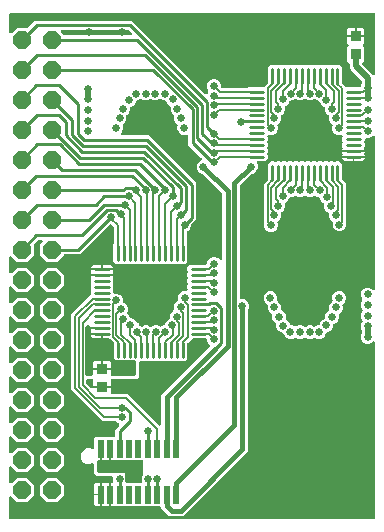
<source format=gbr>
G04 EAGLE Gerber RS-274X export*
G75*
%MOMM*%
%FSLAX34Y34*%
%LPD*%
%INBottom Copper*%
%IPPOS*%
%AMOC8*
5,1,8,0,0,1.08239X$1,22.5*%
G01*
G04 Define Apertures*
%ADD10C,0.250000*%
%ADD11R,0.970200X0.920900*%
%ADD12P,1.64956X8X112.5*%
%ADD13R,0.550000X1.500000*%
%ADD14C,0.654800*%
%ADD15C,0.203200*%
%ADD16C,0.152400*%
%ADD17C,0.254000*%
%ADD18C,0.406400*%
%ADD19C,0.508000*%
G36*
X229911Y362626D02*
X230323Y362918D01*
X230571Y363301D01*
X231159Y364721D01*
X231195Y364775D01*
X231288Y365272D01*
X231179Y365766D01*
X231146Y365815D01*
X230186Y368131D01*
X230186Y370445D01*
X231071Y372581D01*
X232707Y374217D01*
X234843Y375102D01*
X237157Y375102D01*
X239293Y374217D01*
X240929Y372581D01*
X241814Y370445D01*
X241814Y369072D01*
X241915Y368577D01*
X242200Y368160D01*
X242626Y367887D01*
X243084Y367802D01*
X263666Y367802D01*
X264161Y367903D01*
X264564Y368174D01*
X264680Y368290D01*
X277094Y368290D01*
X277590Y368391D01*
X277992Y368662D01*
X281338Y372008D01*
X281617Y372429D01*
X281710Y372906D01*
X281710Y385320D01*
X283930Y387540D01*
X287070Y387540D01*
X287102Y387508D01*
X287523Y387229D01*
X288020Y387136D01*
X288514Y387245D01*
X288898Y387508D01*
X288930Y387540D01*
X292070Y387540D01*
X292102Y387508D01*
X292523Y387229D01*
X293020Y387136D01*
X293514Y387245D01*
X293898Y387508D01*
X293930Y387540D01*
X297070Y387540D01*
X297102Y387508D01*
X297523Y387229D01*
X298020Y387136D01*
X298514Y387245D01*
X298898Y387508D01*
X298930Y387540D01*
X302070Y387540D01*
X302102Y387508D01*
X302523Y387229D01*
X303020Y387136D01*
X303514Y387245D01*
X303898Y387508D01*
X303930Y387540D01*
X307070Y387540D01*
X307102Y387508D01*
X307523Y387229D01*
X308020Y387136D01*
X308514Y387245D01*
X308898Y387508D01*
X308930Y387540D01*
X312070Y387540D01*
X312102Y387508D01*
X312523Y387229D01*
X313020Y387136D01*
X313514Y387245D01*
X313898Y387508D01*
X313930Y387540D01*
X317070Y387540D01*
X317102Y387508D01*
X317523Y387229D01*
X318020Y387136D01*
X318514Y387245D01*
X318898Y387508D01*
X318930Y387540D01*
X322070Y387540D01*
X322102Y387508D01*
X322523Y387229D01*
X323020Y387136D01*
X323514Y387245D01*
X323898Y387508D01*
X323930Y387540D01*
X327070Y387540D01*
X327102Y387508D01*
X327523Y387229D01*
X328020Y387136D01*
X328514Y387245D01*
X328898Y387508D01*
X328930Y387540D01*
X332070Y387540D01*
X332102Y387508D01*
X332523Y387229D01*
X333020Y387136D01*
X333514Y387245D01*
X333898Y387508D01*
X333930Y387540D01*
X337070Y387540D01*
X337102Y387508D01*
X337523Y387229D01*
X338020Y387136D01*
X338514Y387245D01*
X338898Y387508D01*
X338930Y387540D01*
X342070Y387540D01*
X344290Y385320D01*
X344290Y372906D01*
X344391Y372410D01*
X344662Y372008D01*
X348008Y368662D01*
X348429Y368383D01*
X348906Y368290D01*
X358979Y368290D01*
X359474Y368391D01*
X359891Y368676D01*
X360152Y369074D01*
X360823Y370695D01*
X360920Y371181D01*
X360920Y373370D01*
X360819Y373865D01*
X360548Y374268D01*
X351693Y383122D01*
X350920Y384990D01*
X350920Y387840D01*
X350819Y388335D01*
X350534Y388752D01*
X350315Y388892D01*
X348609Y390597D01*
X348609Y401911D01*
X349800Y403102D01*
X350080Y403523D01*
X350172Y404020D01*
X350064Y404514D01*
X349800Y404898D01*
X348609Y406089D01*
X348609Y410984D01*
X363391Y410984D01*
X363391Y406089D01*
X362200Y404898D01*
X361921Y404477D01*
X361828Y403980D01*
X361936Y403486D01*
X362200Y403102D01*
X363391Y401911D01*
X363391Y390597D01*
X361887Y389093D01*
X361608Y388672D01*
X361515Y388175D01*
X361624Y387681D01*
X361887Y387297D01*
X370292Y378892D01*
X370713Y378613D01*
X371210Y378520D01*
X371704Y378629D01*
X372116Y378921D01*
X372382Y379351D01*
X372460Y379790D01*
X372460Y430190D01*
X372359Y430685D01*
X372074Y431102D01*
X371648Y431375D01*
X371190Y431460D01*
X63810Y431460D01*
X63315Y431359D01*
X62898Y431074D01*
X62625Y430648D01*
X62540Y430190D01*
X62540Y415174D01*
X62641Y414679D01*
X62926Y414262D01*
X63352Y413990D01*
X63850Y413905D01*
X64342Y414021D01*
X64708Y414276D01*
X69092Y418660D01*
X77546Y418660D01*
X78041Y418761D01*
X78444Y419032D01*
X84222Y424810D01*
X166578Y424810D01*
X228499Y362889D01*
X228921Y362610D01*
X229418Y362517D01*
X229911Y362626D01*
G37*
%LPC*%
G36*
X348609Y412508D02*
X348609Y417403D01*
X350097Y418891D01*
X355238Y418891D01*
X355238Y412508D01*
X348609Y412508D01*
G37*
G36*
X356762Y412508D02*
X356762Y418891D01*
X361903Y418891D01*
X363391Y417403D01*
X363391Y412508D01*
X356762Y412508D01*
G37*
%LPD*%
G36*
X165731Y412411D02*
X166148Y412696D01*
X166420Y413122D01*
X166505Y413620D01*
X166389Y414112D01*
X166134Y414478D01*
X163794Y416818D01*
X163372Y417097D01*
X162896Y417190D01*
X107444Y417190D01*
X106949Y417089D01*
X106532Y416804D01*
X106260Y416378D01*
X106175Y415880D01*
X106291Y415388D01*
X106546Y415022D01*
X108886Y412682D01*
X109308Y412403D01*
X109784Y412310D01*
X165236Y412310D01*
X165731Y412411D01*
G37*
G36*
X371685Y2641D02*
X372102Y2926D01*
X372375Y3352D01*
X372460Y3810D01*
X372460Y152172D01*
X372359Y152667D01*
X372074Y153084D01*
X371648Y153356D01*
X371150Y153441D01*
X370658Y153325D01*
X370292Y153070D01*
X369293Y152071D01*
X367157Y151186D01*
X364843Y151186D01*
X362707Y152071D01*
X361071Y153707D01*
X360186Y155843D01*
X360186Y158157D01*
X360823Y159695D01*
X360920Y160181D01*
X360920Y162819D01*
X360823Y163305D01*
X360186Y164843D01*
X360186Y167157D01*
X361071Y169293D01*
X361380Y169602D01*
X361659Y170023D01*
X361752Y170520D01*
X361643Y171014D01*
X361380Y171398D01*
X361071Y171707D01*
X360186Y173843D01*
X360186Y176157D01*
X361071Y178293D01*
X361380Y178602D01*
X361659Y179023D01*
X361752Y179520D01*
X361643Y180014D01*
X361380Y180398D01*
X361071Y180707D01*
X360186Y182843D01*
X360186Y185157D01*
X361071Y187293D01*
X361380Y187602D01*
X361659Y188023D01*
X361752Y188520D01*
X361643Y189014D01*
X361380Y189398D01*
X361071Y189707D01*
X360186Y191843D01*
X360186Y194157D01*
X361071Y196293D01*
X362707Y197929D01*
X364843Y198814D01*
X367157Y198814D01*
X369293Y197929D01*
X370292Y196930D01*
X370713Y196651D01*
X371210Y196558D01*
X371704Y196667D01*
X372116Y196959D01*
X372382Y197389D01*
X372460Y197828D01*
X372460Y326172D01*
X372359Y326667D01*
X372074Y327084D01*
X371648Y327356D01*
X371150Y327441D01*
X370658Y327325D01*
X370292Y327070D01*
X369293Y326071D01*
X367157Y325186D01*
X364810Y325186D01*
X364315Y325085D01*
X363898Y324800D01*
X363625Y324374D01*
X363540Y323916D01*
X363540Y322930D01*
X363508Y322898D01*
X363229Y322477D01*
X363136Y321980D01*
X363245Y321486D01*
X363508Y321102D01*
X363540Y321070D01*
X363540Y317930D01*
X363508Y317898D01*
X363229Y317477D01*
X363136Y316980D01*
X363245Y316486D01*
X363508Y316102D01*
X363540Y316070D01*
X363540Y315262D01*
X344460Y315262D01*
X344460Y316070D01*
X344492Y316102D01*
X344771Y316523D01*
X344864Y317020D01*
X344755Y317514D01*
X344492Y317898D01*
X344460Y317930D01*
X344460Y321070D01*
X344492Y321102D01*
X344771Y321523D01*
X344864Y322020D01*
X344755Y322514D01*
X344492Y322898D01*
X344460Y322930D01*
X344460Y326070D01*
X344480Y326089D01*
X344759Y326511D01*
X344851Y327008D01*
X344743Y327501D01*
X344450Y327914D01*
X344020Y328179D01*
X343521Y328256D01*
X343208Y328186D01*
X340843Y328186D01*
X338707Y329071D01*
X337071Y330707D01*
X336186Y332843D01*
X336186Y335156D01*
X336332Y335509D01*
X336429Y336006D01*
X336324Y336500D01*
X336035Y336915D01*
X335749Y337101D01*
X334071Y338779D01*
X333186Y340915D01*
X333186Y343228D01*
X333332Y343581D01*
X333429Y344078D01*
X333324Y344572D01*
X333035Y344987D01*
X332749Y345173D01*
X331071Y346851D01*
X330186Y348987D01*
X330186Y350491D01*
X330085Y350987D01*
X329800Y351404D01*
X329402Y351665D01*
X327916Y352280D01*
X326280Y353916D01*
X325341Y356184D01*
X325295Y356411D01*
X325009Y356828D01*
X324583Y357101D01*
X324125Y357186D01*
X323843Y357186D01*
X321495Y358159D01*
X321441Y358195D01*
X320944Y358288D01*
X320450Y358179D01*
X320401Y358146D01*
X318085Y357186D01*
X315771Y357186D01*
X313480Y358135D01*
X313327Y358236D01*
X312830Y358329D01*
X312365Y358232D01*
X310013Y357258D01*
X307699Y357258D01*
X305347Y358232D01*
X304851Y358329D01*
X304357Y358224D01*
X304215Y358128D01*
X301941Y357186D01*
X300936Y357186D01*
X300441Y357085D01*
X300024Y356800D01*
X299763Y356402D01*
X299061Y354707D01*
X297425Y353071D01*
X296597Y352728D01*
X296178Y352446D01*
X295902Y352022D01*
X295819Y351553D01*
X295814Y351553D01*
X295814Y351526D01*
X295814Y351524D01*
X295814Y351523D01*
X295814Y348987D01*
X294929Y346851D01*
X293244Y345166D01*
X292936Y344958D01*
X292660Y344535D01*
X292572Y344037D01*
X292668Y343581D01*
X292814Y343228D01*
X292814Y340915D01*
X291929Y338779D01*
X290244Y337094D01*
X289936Y336886D01*
X289660Y336463D01*
X289572Y335965D01*
X289668Y335509D01*
X289814Y335156D01*
X289814Y332843D01*
X288929Y330707D01*
X287293Y329071D01*
X285157Y328186D01*
X282775Y328186D01*
X282408Y328257D01*
X281914Y328153D01*
X281499Y327864D01*
X281230Y327436D01*
X281150Y326937D01*
X281270Y326446D01*
X281520Y326089D01*
X281540Y326070D01*
X281540Y322930D01*
X281508Y322898D01*
X281229Y322477D01*
X281136Y321980D01*
X281245Y321486D01*
X281508Y321102D01*
X281540Y321070D01*
X281540Y317930D01*
X281508Y317898D01*
X281229Y317477D01*
X281136Y316980D01*
X281245Y316486D01*
X281508Y316102D01*
X281540Y316070D01*
X281540Y312930D01*
X281508Y312898D01*
X281229Y312477D01*
X281136Y311980D01*
X281245Y311486D01*
X281508Y311102D01*
X281540Y311070D01*
X281540Y307930D01*
X279320Y305710D01*
X273243Y305710D01*
X272747Y305609D01*
X272331Y305324D01*
X272058Y304898D01*
X271973Y304400D01*
X272069Y303954D01*
X272814Y302156D01*
X272814Y299843D01*
X271929Y297707D01*
X270293Y296071D01*
X268136Y295178D01*
X267683Y295085D01*
X267280Y294814D01*
X257944Y285478D01*
X257665Y285057D01*
X257572Y284580D01*
X257572Y190084D01*
X257673Y189589D01*
X257958Y189172D01*
X258384Y188899D01*
X258842Y188814D01*
X261157Y188814D01*
X263293Y187929D01*
X264929Y186293D01*
X265814Y184157D01*
X265814Y181843D01*
X264920Y179686D01*
X264665Y179300D01*
X264572Y178824D01*
X264572Y60106D01*
X209894Y5428D01*
X198106Y5428D01*
X191428Y12106D01*
X191428Y12190D01*
X191327Y12685D01*
X191042Y13102D01*
X190616Y13375D01*
X190158Y13460D01*
X148762Y13460D01*
X148762Y33540D01*
X149239Y33540D01*
X149735Y33641D01*
X150152Y33926D01*
X150424Y34352D01*
X150509Y34850D01*
X150413Y35296D01*
X150186Y35844D01*
X150186Y38190D01*
X150085Y38685D01*
X149800Y39102D01*
X149374Y39375D01*
X148916Y39460D01*
X137039Y39460D01*
X136700Y39481D01*
X136332Y39553D01*
X135986Y39675D01*
X135661Y39846D01*
X135364Y40062D01*
X135101Y40319D01*
X134878Y40610D01*
X134699Y40931D01*
X134569Y41275D01*
X134490Y41634D01*
X134460Y42046D01*
X134460Y48868D01*
X134359Y49363D01*
X134074Y49780D01*
X133648Y50053D01*
X133150Y50137D01*
X132704Y50041D01*
X131301Y49460D01*
X128699Y49460D01*
X126295Y50456D01*
X124456Y52295D01*
X123460Y54699D01*
X123460Y57301D01*
X124456Y59705D01*
X126295Y61544D01*
X128699Y62540D01*
X131301Y62540D01*
X132704Y61959D01*
X133200Y61862D01*
X133695Y61967D01*
X134109Y62256D01*
X134378Y62684D01*
X134460Y63132D01*
X134460Y69961D01*
X134481Y70300D01*
X134553Y70668D01*
X134638Y70909D01*
X134661Y71046D01*
X134768Y71191D01*
X134846Y71339D01*
X135062Y71636D01*
X135319Y71899D01*
X135610Y72122D01*
X135837Y72248D01*
X136118Y72460D01*
X136198Y72540D01*
X150920Y72540D01*
X151415Y72641D01*
X151832Y72926D01*
X152105Y73352D01*
X152190Y73810D01*
X152190Y78578D01*
X155467Y81855D01*
X155746Y82277D01*
X155839Y82774D01*
X155731Y83267D01*
X155438Y83680D01*
X155055Y83927D01*
X154707Y84071D01*
X153452Y85326D01*
X153030Y85605D01*
X152554Y85698D01*
X141577Y85698D01*
X115316Y111959D01*
X115316Y175986D01*
X131088Y191758D01*
X131367Y192179D01*
X131460Y192656D01*
X131460Y196070D01*
X131492Y196102D01*
X131771Y196523D01*
X131864Y197020D01*
X131755Y197514D01*
X131492Y197898D01*
X131460Y197930D01*
X131460Y201070D01*
X131492Y201102D01*
X131771Y201523D01*
X131864Y202020D01*
X131755Y202514D01*
X131492Y202898D01*
X131460Y202930D01*
X131460Y206070D01*
X131492Y206102D01*
X131771Y206523D01*
X131864Y207020D01*
X131755Y207514D01*
X131492Y207898D01*
X131460Y207930D01*
X131460Y208738D01*
X150540Y208738D01*
X150540Y207930D01*
X150508Y207898D01*
X150229Y207477D01*
X150136Y206980D01*
X150245Y206486D01*
X150508Y206102D01*
X150540Y206070D01*
X150540Y202930D01*
X150508Y202898D01*
X150229Y202477D01*
X150136Y201980D01*
X150245Y201486D01*
X150508Y201102D01*
X150540Y201070D01*
X150540Y197930D01*
X150508Y197898D01*
X150229Y197477D01*
X150136Y196980D01*
X150245Y196486D01*
X150508Y196102D01*
X150540Y196070D01*
X150540Y194996D01*
X150641Y194501D01*
X150926Y194084D01*
X151352Y193811D01*
X151810Y193726D01*
X154245Y193726D01*
X156381Y192841D01*
X158017Y191205D01*
X158902Y189069D01*
X158902Y186817D01*
X159003Y186322D01*
X159288Y185905D01*
X159686Y185644D01*
X160332Y185376D01*
X161968Y183741D01*
X162853Y181604D01*
X162853Y179291D01*
X162452Y178322D01*
X162355Y177826D01*
X162460Y177331D01*
X162727Y176938D01*
X163996Y175669D01*
X164935Y173401D01*
X165218Y172982D01*
X165641Y172706D01*
X166032Y172632D01*
X168204Y171732D01*
X169919Y170017D01*
X170081Y169777D01*
X170591Y169507D01*
X170581Y169478D01*
X171014Y169325D01*
X171339Y169154D01*
X171636Y168938D01*
X171899Y168682D01*
X172122Y168390D01*
X172301Y168069D01*
X172431Y167725D01*
X172510Y167367D01*
X172510Y167363D01*
X172513Y167353D01*
X172530Y167276D01*
X172534Y167277D01*
X172646Y166876D01*
X172962Y166481D01*
X173291Y166281D01*
X173975Y165998D01*
X174286Y165792D01*
X174783Y165699D01*
X175249Y165796D01*
X177534Y166742D01*
X179847Y166742D01*
X182199Y165768D01*
X182695Y165671D01*
X183190Y165776D01*
X183332Y165872D01*
X185606Y166814D01*
X187919Y166814D01*
X190267Y165841D01*
X190322Y165805D01*
X190819Y165712D01*
X191312Y165821D01*
X191361Y165854D01*
X193894Y166904D01*
X193948Y166915D01*
X194365Y167200D01*
X194638Y167626D01*
X194650Y167694D01*
X195608Y170006D01*
X197244Y171642D01*
X197803Y171873D01*
X198222Y172156D01*
X198498Y172580D01*
X198587Y173047D01*
X198587Y175421D01*
X199472Y177558D01*
X201107Y179194D01*
X201487Y179351D01*
X201906Y179634D01*
X202182Y180057D01*
X202271Y180555D01*
X202227Y180763D01*
X202227Y183197D01*
X203112Y185334D01*
X204778Y187000D01*
X205128Y187236D01*
X205404Y187660D01*
X205492Y188157D01*
X205396Y188613D01*
X205254Y188956D01*
X205254Y191269D01*
X206139Y193406D01*
X207775Y195042D01*
X209911Y195927D01*
X212397Y195927D01*
X212893Y196027D01*
X213310Y196313D01*
X213582Y196739D01*
X213667Y197237D01*
X213550Y197729D01*
X213460Y197859D01*
X213460Y201070D01*
X213492Y201102D01*
X213771Y201523D01*
X213864Y202020D01*
X213755Y202514D01*
X213492Y202898D01*
X213460Y202930D01*
X213460Y206070D01*
X213492Y206102D01*
X213771Y206523D01*
X213864Y207020D01*
X213755Y207514D01*
X213492Y207898D01*
X213460Y207930D01*
X213460Y211070D01*
X213492Y211102D01*
X213771Y211523D01*
X213864Y212020D01*
X213755Y212514D01*
X213492Y212898D01*
X213460Y212930D01*
X213460Y216070D01*
X215680Y218290D01*
X228916Y218290D01*
X229411Y218391D01*
X229828Y218676D01*
X230101Y219102D01*
X230186Y219560D01*
X230186Y220196D01*
X231071Y222333D01*
X232707Y223968D01*
X234843Y224854D01*
X237157Y224854D01*
X239293Y223968D01*
X240672Y222590D01*
X241093Y222311D01*
X241590Y222218D01*
X242084Y222326D01*
X242496Y222619D01*
X242762Y223049D01*
X242840Y223488D01*
X242840Y278168D01*
X242739Y278664D01*
X242468Y279066D01*
X226720Y294814D01*
X226299Y295093D01*
X225862Y295178D01*
X223707Y296071D01*
X222071Y297707D01*
X221186Y299843D01*
X221186Y302157D01*
X222071Y304293D01*
X223707Y305929D01*
X224762Y306366D01*
X225181Y306649D01*
X225457Y307072D01*
X225546Y307570D01*
X225434Y308063D01*
X225174Y308438D01*
X213998Y319614D01*
X213998Y327103D01*
X213897Y327598D01*
X213612Y328015D01*
X213186Y328287D01*
X212688Y328372D01*
X212242Y328276D01*
X212024Y328186D01*
X209711Y328186D01*
X207575Y329071D01*
X205939Y330707D01*
X205054Y332843D01*
X205054Y335157D01*
X205220Y335556D01*
X205316Y336052D01*
X205212Y336547D01*
X204923Y336961D01*
X204825Y337025D01*
X203071Y338779D01*
X202186Y340915D01*
X202186Y343228D01*
X202332Y343581D01*
X202429Y344078D01*
X202324Y344572D01*
X202035Y344987D01*
X201749Y345173D01*
X200071Y346851D01*
X199186Y348987D01*
X199186Y351541D01*
X199194Y351582D01*
X199090Y352076D01*
X198801Y352491D01*
X198410Y352746D01*
X197634Y353067D01*
X195999Y354703D01*
X195295Y356402D01*
X195012Y356821D01*
X194589Y357097D01*
X194122Y357186D01*
X193059Y357186D01*
X190768Y358135D01*
X190615Y358236D01*
X190118Y358329D01*
X189653Y358232D01*
X187301Y357258D01*
X184987Y357258D01*
X182635Y358232D01*
X182139Y358329D01*
X181645Y358224D01*
X181503Y358128D01*
X179229Y357186D01*
X176915Y357186D01*
X174567Y358159D01*
X174513Y358195D01*
X174016Y358288D01*
X173522Y358179D01*
X173473Y358146D01*
X171157Y357186D01*
X170875Y357186D01*
X170379Y357085D01*
X169963Y356800D01*
X169690Y356374D01*
X169651Y356165D01*
X168720Y353916D01*
X167084Y352280D01*
X165598Y351665D01*
X165179Y351382D01*
X164903Y350959D01*
X164814Y350491D01*
X164814Y349040D01*
X163929Y346903D01*
X162244Y345219D01*
X161936Y345011D01*
X161660Y344587D01*
X161572Y344090D01*
X161668Y343634D01*
X161814Y343281D01*
X161814Y340968D01*
X160929Y338831D01*
X159208Y337111D01*
X158981Y336958D01*
X158705Y336534D01*
X158617Y336036D01*
X158713Y335581D01*
X158867Y335209D01*
X158867Y332896D01*
X157982Y330759D01*
X157200Y329978D01*
X156921Y329557D01*
X156828Y329060D01*
X156937Y328566D01*
X157229Y328154D01*
X157659Y327888D01*
X158098Y327810D01*
X180578Y327810D01*
X220810Y287578D01*
X220810Y256422D01*
X217186Y252798D01*
X216907Y252376D01*
X216814Y251900D01*
X216814Y250843D01*
X215929Y248707D01*
X214293Y247071D01*
X213586Y246778D01*
X213167Y246496D01*
X212891Y246072D01*
X212802Y245605D01*
X212802Y236334D01*
X212903Y235839D01*
X213174Y235436D01*
X213290Y235320D01*
X213290Y220680D01*
X211070Y218460D01*
X207930Y218460D01*
X207898Y218492D01*
X207477Y218771D01*
X206980Y218864D01*
X206486Y218755D01*
X206102Y218492D01*
X206070Y218460D01*
X202930Y218460D01*
X202898Y218492D01*
X202477Y218771D01*
X201980Y218864D01*
X201486Y218755D01*
X201102Y218492D01*
X201070Y218460D01*
X197930Y218460D01*
X197898Y218492D01*
X197477Y218771D01*
X196980Y218864D01*
X196486Y218755D01*
X196102Y218492D01*
X196070Y218460D01*
X192930Y218460D01*
X192898Y218492D01*
X192477Y218771D01*
X191980Y218864D01*
X191486Y218755D01*
X191102Y218492D01*
X191070Y218460D01*
X187930Y218460D01*
X187898Y218492D01*
X187477Y218771D01*
X186980Y218864D01*
X186486Y218755D01*
X186102Y218492D01*
X186070Y218460D01*
X182930Y218460D01*
X182898Y218492D01*
X182477Y218771D01*
X181980Y218864D01*
X181486Y218755D01*
X181102Y218492D01*
X181070Y218460D01*
X177930Y218460D01*
X177898Y218492D01*
X177477Y218771D01*
X176980Y218864D01*
X176486Y218755D01*
X176102Y218492D01*
X176070Y218460D01*
X172930Y218460D01*
X172898Y218492D01*
X172477Y218771D01*
X171980Y218864D01*
X171486Y218755D01*
X171102Y218492D01*
X171070Y218460D01*
X167930Y218460D01*
X167898Y218492D01*
X167477Y218771D01*
X166980Y218864D01*
X166486Y218755D01*
X166102Y218492D01*
X166070Y218460D01*
X162930Y218460D01*
X162898Y218492D01*
X162477Y218771D01*
X161980Y218864D01*
X161486Y218755D01*
X161102Y218492D01*
X161070Y218460D01*
X157930Y218460D01*
X157898Y218492D01*
X157477Y218771D01*
X156980Y218864D01*
X156486Y218755D01*
X156102Y218492D01*
X156070Y218460D01*
X152930Y218460D01*
X150710Y220680D01*
X150710Y235320D01*
X150826Y235436D01*
X151105Y235857D01*
X151198Y236334D01*
X151198Y249567D01*
X151097Y250063D01*
X150826Y250465D01*
X149365Y251926D01*
X148944Y252205D01*
X148447Y252298D01*
X147953Y252190D01*
X147569Y251926D01*
X122533Y226890D01*
X109784Y226890D01*
X109289Y226789D01*
X108886Y226518D01*
X102908Y220540D01*
X94492Y220540D01*
X88540Y226492D01*
X88540Y234908D01*
X90654Y237022D01*
X90933Y237443D01*
X91025Y237940D01*
X90917Y238434D01*
X90625Y238846D01*
X90194Y239112D01*
X89756Y239190D01*
X87704Y239190D01*
X87209Y239089D01*
X86806Y238818D01*
X83832Y235844D01*
X83553Y235422D01*
X83460Y234946D01*
X83460Y226492D01*
X77508Y220540D01*
X69092Y220540D01*
X64708Y224924D01*
X64287Y225203D01*
X63790Y225295D01*
X63296Y225187D01*
X62884Y224895D01*
X62618Y224464D01*
X62540Y224026D01*
X62540Y211974D01*
X62641Y211479D01*
X62926Y211062D01*
X63352Y210790D01*
X63850Y210705D01*
X64342Y210821D01*
X64708Y211076D01*
X69092Y215460D01*
X77508Y215460D01*
X83460Y209508D01*
X83460Y201092D01*
X77508Y195140D01*
X69092Y195140D01*
X64708Y199524D01*
X64287Y199803D01*
X63790Y199895D01*
X63296Y199787D01*
X62884Y199495D01*
X62618Y199064D01*
X62540Y198626D01*
X62540Y186574D01*
X62641Y186079D01*
X62926Y185662D01*
X63352Y185390D01*
X63850Y185305D01*
X64342Y185421D01*
X64708Y185676D01*
X69092Y190060D01*
X77508Y190060D01*
X83460Y184108D01*
X83460Y175692D01*
X77508Y169740D01*
X69092Y169740D01*
X64708Y174124D01*
X64287Y174403D01*
X63790Y174495D01*
X63296Y174387D01*
X62884Y174095D01*
X62618Y173664D01*
X62540Y173226D01*
X62540Y161174D01*
X62641Y160679D01*
X62926Y160262D01*
X63352Y159990D01*
X63850Y159905D01*
X64342Y160021D01*
X64708Y160276D01*
X69092Y164660D01*
X77508Y164660D01*
X83460Y158708D01*
X83460Y150292D01*
X77508Y144340D01*
X69092Y144340D01*
X64708Y148724D01*
X64287Y149003D01*
X63790Y149095D01*
X63296Y148987D01*
X62884Y148695D01*
X62618Y148264D01*
X62540Y147826D01*
X62540Y135774D01*
X62641Y135279D01*
X62926Y134862D01*
X63352Y134590D01*
X63850Y134505D01*
X64342Y134621D01*
X64708Y134876D01*
X69092Y139260D01*
X77508Y139260D01*
X83460Y133308D01*
X83460Y124892D01*
X77508Y118940D01*
X69092Y118940D01*
X64708Y123324D01*
X64287Y123603D01*
X63790Y123695D01*
X63296Y123587D01*
X62884Y123295D01*
X62618Y122864D01*
X62540Y122426D01*
X62540Y110374D01*
X62641Y109879D01*
X62926Y109462D01*
X63352Y109190D01*
X63850Y109105D01*
X64342Y109221D01*
X64708Y109476D01*
X69092Y113860D01*
X77508Y113860D01*
X83460Y107908D01*
X83460Y99492D01*
X77508Y93540D01*
X69092Y93540D01*
X64708Y97924D01*
X64287Y98203D01*
X63790Y98295D01*
X63296Y98187D01*
X62884Y97895D01*
X62618Y97464D01*
X62540Y97026D01*
X62540Y84974D01*
X62641Y84479D01*
X62926Y84062D01*
X63352Y83790D01*
X63850Y83705D01*
X64342Y83821D01*
X64708Y84076D01*
X69092Y88460D01*
X77508Y88460D01*
X83460Y82508D01*
X83460Y74092D01*
X77508Y68140D01*
X69092Y68140D01*
X64708Y72524D01*
X64287Y72803D01*
X63790Y72895D01*
X63296Y72787D01*
X62884Y72495D01*
X62618Y72064D01*
X62540Y71626D01*
X62540Y59574D01*
X62641Y59079D01*
X62926Y58662D01*
X63352Y58390D01*
X63850Y58305D01*
X64342Y58421D01*
X64708Y58676D01*
X69092Y63060D01*
X77508Y63060D01*
X83460Y57108D01*
X83460Y48692D01*
X77508Y42740D01*
X69092Y42740D01*
X64708Y47124D01*
X64287Y47403D01*
X63790Y47495D01*
X63296Y47387D01*
X62884Y47095D01*
X62618Y46664D01*
X62540Y46226D01*
X62540Y34174D01*
X62641Y33679D01*
X62926Y33262D01*
X63352Y32990D01*
X63850Y32905D01*
X64342Y33021D01*
X64708Y33276D01*
X69092Y37660D01*
X77508Y37660D01*
X83460Y31708D01*
X83460Y23292D01*
X77508Y17340D01*
X69092Y17340D01*
X64708Y21724D01*
X64287Y22003D01*
X63790Y22095D01*
X63296Y21987D01*
X62884Y21695D01*
X62618Y21264D01*
X62540Y20826D01*
X62540Y3810D01*
X62641Y3315D01*
X62926Y2898D01*
X63352Y2625D01*
X63810Y2540D01*
X371190Y2540D01*
X371685Y2641D01*
G37*
%LPC*%
G36*
X344460Y310262D02*
X344460Y311070D01*
X344492Y311102D01*
X344771Y311523D01*
X344864Y312020D01*
X344755Y312514D01*
X344492Y312898D01*
X344460Y312930D01*
X344460Y313738D01*
X363540Y313738D01*
X363540Y312930D01*
X363508Y312898D01*
X363229Y312477D01*
X363136Y311980D01*
X363245Y311486D01*
X363508Y311102D01*
X363540Y311070D01*
X363540Y310262D01*
X344460Y310262D01*
G37*
G36*
X354762Y305710D02*
X354762Y308738D01*
X363540Y308738D01*
X363540Y307930D01*
X361320Y305710D01*
X354762Y305710D01*
G37*
G36*
X346680Y305710D02*
X344460Y307930D01*
X344460Y308738D01*
X353238Y308738D01*
X353238Y305710D01*
X346680Y305710D01*
G37*
G36*
X282843Y246186D02*
X280707Y247071D01*
X279071Y248707D01*
X278186Y250843D01*
X278186Y252618D01*
X278090Y253091D01*
X278090Y286760D01*
X281338Y290008D01*
X281617Y290429D01*
X281710Y290906D01*
X281710Y303320D01*
X283930Y305540D01*
X287070Y305540D01*
X287102Y305508D01*
X287523Y305229D01*
X288020Y305136D01*
X288514Y305245D01*
X288898Y305508D01*
X288930Y305540D01*
X292070Y305540D01*
X292102Y305508D01*
X292523Y305229D01*
X293020Y305136D01*
X293514Y305245D01*
X293898Y305508D01*
X293930Y305540D01*
X297070Y305540D01*
X297102Y305508D01*
X297523Y305229D01*
X298020Y305136D01*
X298514Y305245D01*
X298898Y305508D01*
X298930Y305540D01*
X302070Y305540D01*
X302102Y305508D01*
X302523Y305229D01*
X303020Y305136D01*
X303514Y305245D01*
X303898Y305508D01*
X303930Y305540D01*
X307070Y305540D01*
X307102Y305508D01*
X307523Y305229D01*
X308020Y305136D01*
X308514Y305245D01*
X308898Y305508D01*
X308930Y305540D01*
X312070Y305540D01*
X312102Y305508D01*
X312523Y305229D01*
X313020Y305136D01*
X313514Y305245D01*
X313898Y305508D01*
X313930Y305540D01*
X317070Y305540D01*
X317102Y305508D01*
X317523Y305229D01*
X318020Y305136D01*
X318514Y305245D01*
X318898Y305508D01*
X318930Y305540D01*
X322070Y305540D01*
X322102Y305508D01*
X322523Y305229D01*
X323020Y305136D01*
X323514Y305245D01*
X323898Y305508D01*
X323930Y305540D01*
X327070Y305540D01*
X327102Y305508D01*
X327523Y305229D01*
X328020Y305136D01*
X328514Y305245D01*
X328898Y305508D01*
X328930Y305540D01*
X332070Y305540D01*
X332102Y305508D01*
X332523Y305229D01*
X333020Y305136D01*
X333514Y305245D01*
X333898Y305508D01*
X333930Y305540D01*
X337070Y305540D01*
X337102Y305508D01*
X337523Y305229D01*
X338020Y305136D01*
X338514Y305245D01*
X338898Y305508D01*
X338930Y305540D01*
X342070Y305540D01*
X344290Y303320D01*
X344290Y290906D01*
X344391Y290410D01*
X344662Y290008D01*
X347758Y286912D01*
X347758Y254042D01*
X347854Y253556D01*
X348000Y253205D01*
X348000Y250892D01*
X347115Y248755D01*
X345479Y247120D01*
X343342Y246235D01*
X341029Y246235D01*
X338892Y247120D01*
X337257Y248755D01*
X336372Y250892D01*
X336372Y253205D01*
X336475Y253456D01*
X336572Y253952D01*
X336467Y254446D01*
X336178Y254861D01*
X335788Y255115D01*
X335602Y255192D01*
X333967Y256827D01*
X333082Y258964D01*
X333082Y261430D01*
X333122Y261637D01*
X333017Y262132D01*
X332728Y262546D01*
X332338Y262800D01*
X331954Y262959D01*
X330319Y264595D01*
X329434Y266732D01*
X329434Y269107D01*
X329333Y269602D01*
X329047Y270019D01*
X328650Y270280D01*
X328091Y270511D01*
X326455Y272147D01*
X325521Y274402D01*
X325238Y274821D01*
X324815Y275097D01*
X324347Y275186D01*
X324163Y275186D01*
X321815Y276159D01*
X321761Y276195D01*
X321264Y276288D01*
X320770Y276179D01*
X320721Y276146D01*
X318405Y275186D01*
X316091Y275186D01*
X313863Y276109D01*
X313601Y276283D01*
X313104Y276376D01*
X312610Y276267D01*
X312527Y276210D01*
X310229Y275258D01*
X307915Y275258D01*
X305563Y276232D01*
X305067Y276329D01*
X304573Y276224D01*
X304431Y276128D01*
X302157Y275186D01*
X300804Y275186D01*
X300309Y275085D01*
X299892Y274800D01*
X299631Y274402D01*
X298929Y272707D01*
X297293Y271071D01*
X296578Y270775D01*
X296159Y270492D01*
X295883Y270069D01*
X295794Y269571D01*
X295814Y269478D01*
X295814Y266987D01*
X294929Y264851D01*
X293244Y263166D01*
X292936Y262958D01*
X292660Y262535D01*
X292572Y262037D01*
X292668Y261581D01*
X292814Y261228D01*
X292814Y258915D01*
X291929Y256779D01*
X290244Y255094D01*
X289936Y254886D01*
X289660Y254463D01*
X289572Y253965D01*
X289668Y253509D01*
X289814Y253156D01*
X289814Y250843D01*
X288929Y248707D01*
X287293Y247071D01*
X285157Y246186D01*
X282843Y246186D01*
G37*
G36*
X141762Y215262D02*
X141762Y218290D01*
X148320Y218290D01*
X150540Y216070D01*
X150540Y215262D01*
X141762Y215262D01*
G37*
G36*
X131460Y215262D02*
X131460Y216070D01*
X133680Y218290D01*
X140238Y218290D01*
X140238Y215262D01*
X131460Y215262D01*
G37*
G36*
X94492Y195140D02*
X88540Y201092D01*
X88540Y209508D01*
X94492Y215460D01*
X102908Y215460D01*
X108860Y209508D01*
X108860Y201092D01*
X102908Y195140D01*
X94492Y195140D01*
G37*
G36*
X131460Y210262D02*
X131460Y211070D01*
X131492Y211102D01*
X131771Y211523D01*
X131864Y212020D01*
X131755Y212514D01*
X131492Y212898D01*
X131460Y212930D01*
X131460Y213738D01*
X150540Y213738D01*
X150540Y212930D01*
X150508Y212898D01*
X150229Y212477D01*
X150136Y211980D01*
X150245Y211486D01*
X150508Y211102D01*
X150540Y211070D01*
X150540Y210262D01*
X131460Y210262D01*
G37*
G36*
X315771Y155114D02*
X313543Y156037D01*
X313281Y156211D01*
X312784Y156304D01*
X312290Y156195D01*
X312207Y156138D01*
X309909Y155186D01*
X307595Y155186D01*
X305247Y156159D01*
X305193Y156195D01*
X304696Y156288D01*
X304202Y156179D01*
X304153Y156146D01*
X301837Y155186D01*
X299523Y155186D01*
X297387Y156071D01*
X295751Y157707D01*
X294814Y159970D01*
X294531Y160389D01*
X294108Y160665D01*
X293640Y160754D01*
X293451Y160754D01*
X291315Y161639D01*
X289679Y163275D01*
X288794Y165411D01*
X288794Y167786D01*
X288693Y168281D01*
X288408Y168698D01*
X288010Y168959D01*
X287451Y169191D01*
X285815Y170827D01*
X284930Y172963D01*
X284930Y175418D01*
X284975Y175646D01*
X284870Y176141D01*
X284581Y176555D01*
X284191Y176810D01*
X283811Y176967D01*
X282175Y178602D01*
X281290Y180739D01*
X281290Y183052D01*
X281392Y183297D01*
X281488Y183793D01*
X281384Y184287D01*
X281095Y184702D01*
X280704Y184956D01*
X280505Y185039D01*
X278869Y186674D01*
X277984Y188811D01*
X277984Y191124D01*
X278869Y193261D01*
X280505Y194897D01*
X282641Y195782D01*
X284955Y195782D01*
X287091Y194897D01*
X288727Y193261D01*
X289612Y191124D01*
X289612Y188811D01*
X289511Y188567D01*
X289414Y188070D01*
X289519Y187576D01*
X289808Y187161D01*
X290198Y186907D01*
X290398Y186825D01*
X292033Y185189D01*
X292918Y183052D01*
X292918Y180597D01*
X292874Y180369D01*
X292979Y179875D01*
X293268Y179460D01*
X293658Y179206D01*
X294038Y179049D01*
X295673Y177413D01*
X296558Y175276D01*
X296558Y172902D01*
X296659Y172406D01*
X296945Y171989D01*
X297342Y171728D01*
X297901Y171497D01*
X299537Y169861D01*
X300474Y167598D01*
X300757Y167179D01*
X301180Y166903D01*
X301648Y166814D01*
X301837Y166814D01*
X304185Y165841D01*
X304239Y165805D01*
X304736Y165712D01*
X305230Y165821D01*
X305279Y165854D01*
X307595Y166814D01*
X309909Y166814D01*
X312137Y165891D01*
X312399Y165717D01*
X312896Y165624D01*
X313390Y165733D01*
X313473Y165790D01*
X315771Y166742D01*
X318085Y166742D01*
X320437Y165768D01*
X320933Y165671D01*
X321427Y165776D01*
X321569Y165872D01*
X323843Y166814D01*
X324125Y166814D01*
X324621Y166915D01*
X325037Y167200D01*
X325310Y167626D01*
X325349Y167835D01*
X326280Y170084D01*
X327916Y171720D01*
X329402Y172335D01*
X329821Y172618D01*
X330097Y173041D01*
X330186Y173509D01*
X330186Y175013D01*
X331071Y177149D01*
X332756Y178834D01*
X333064Y179042D01*
X333340Y179465D01*
X333428Y179963D01*
X333332Y180419D01*
X333186Y180772D01*
X333186Y183085D01*
X334071Y185221D01*
X335756Y186906D01*
X336064Y187114D01*
X336340Y187537D01*
X336428Y188035D01*
X336332Y188491D01*
X336186Y188844D01*
X336186Y191157D01*
X337071Y193293D01*
X338707Y194929D01*
X340843Y195814D01*
X343157Y195814D01*
X345293Y194929D01*
X346929Y193293D01*
X347814Y191157D01*
X347814Y188843D01*
X346929Y186707D01*
X345244Y185022D01*
X344936Y184814D01*
X344660Y184391D01*
X344572Y183893D01*
X344668Y183437D01*
X344814Y183084D01*
X344814Y180771D01*
X343929Y178635D01*
X342244Y176950D01*
X341936Y176742D01*
X341660Y176319D01*
X341572Y175821D01*
X341668Y175365D01*
X341814Y175012D01*
X341814Y172699D01*
X340929Y170563D01*
X339293Y168927D01*
X337807Y168312D01*
X337388Y168029D01*
X337112Y167605D01*
X337023Y167138D01*
X337023Y165634D01*
X336138Y163498D01*
X334503Y161862D01*
X332366Y160977D01*
X332084Y160977D01*
X331589Y160876D01*
X331172Y160590D01*
X330899Y160165D01*
X330860Y159955D01*
X329929Y157707D01*
X328293Y156071D01*
X326157Y155186D01*
X323843Y155186D01*
X321491Y156160D01*
X320995Y156257D01*
X320501Y156152D01*
X320359Y156056D01*
X318085Y155114D01*
X315771Y155114D01*
G37*
G36*
X94492Y169740D02*
X88540Y175692D01*
X88540Y184108D01*
X94492Y190060D01*
X102908Y190060D01*
X108860Y184108D01*
X108860Y175692D01*
X102908Y169740D01*
X94492Y169740D01*
G37*
G36*
X94492Y144340D02*
X88540Y150292D01*
X88540Y158708D01*
X94492Y164660D01*
X102908Y164660D01*
X108860Y158708D01*
X108860Y150292D01*
X102908Y144340D01*
X94492Y144340D01*
G37*
G36*
X94492Y118940D02*
X88540Y124892D01*
X88540Y133308D01*
X94492Y139260D01*
X102908Y139260D01*
X108860Y133308D01*
X108860Y124892D01*
X102908Y118940D01*
X94492Y118940D01*
G37*
G36*
X94492Y93540D02*
X88540Y99492D01*
X88540Y107908D01*
X94492Y113860D01*
X102908Y113860D01*
X108860Y107908D01*
X108860Y99492D01*
X102908Y93540D01*
X94492Y93540D01*
G37*
G36*
X94492Y68140D02*
X88540Y74092D01*
X88540Y82508D01*
X94492Y88460D01*
X102908Y88460D01*
X108860Y82508D01*
X108860Y74092D01*
X102908Y68140D01*
X94492Y68140D01*
G37*
G36*
X94492Y42740D02*
X88540Y48692D01*
X88540Y57108D01*
X94492Y63060D01*
X102908Y63060D01*
X108860Y57108D01*
X108860Y48692D01*
X102908Y42740D01*
X94492Y42740D01*
G37*
G36*
X94492Y17340D02*
X88540Y23292D01*
X88540Y31708D01*
X94492Y37660D01*
X102908Y37660D01*
X108860Y31708D01*
X108860Y23292D01*
X102908Y17340D01*
X94492Y17340D01*
G37*
G36*
X140762Y13460D02*
X140762Y33540D01*
X147238Y33540D01*
X147238Y13460D01*
X140762Y13460D01*
G37*
G36*
X134710Y24262D02*
X134710Y32052D01*
X136198Y33540D01*
X139238Y33540D01*
X139238Y24262D01*
X134710Y24262D01*
G37*
G36*
X136198Y13460D02*
X134710Y14948D01*
X134710Y22738D01*
X139238Y22738D01*
X139238Y13460D01*
X136198Y13460D01*
G37*
%LPD*%
G36*
X190672Y82009D02*
X191084Y82302D01*
X191350Y82732D01*
X191428Y83171D01*
X191428Y107894D01*
X232258Y148724D01*
X232537Y149145D01*
X232630Y149642D01*
X232521Y150136D01*
X232258Y150520D01*
X231071Y151707D01*
X230186Y153843D01*
X230186Y154440D01*
X230085Y154935D01*
X229800Y155352D01*
X229374Y155625D01*
X228916Y155710D01*
X217906Y155710D01*
X217410Y155609D01*
X217008Y155338D01*
X213662Y151992D01*
X213383Y151571D01*
X213290Y151094D01*
X213290Y138680D01*
X211070Y136460D01*
X207930Y136460D01*
X207898Y136492D01*
X207477Y136771D01*
X206980Y136864D01*
X206486Y136755D01*
X206102Y136492D01*
X206070Y136460D01*
X202930Y136460D01*
X202898Y136492D01*
X202477Y136771D01*
X201980Y136864D01*
X201486Y136755D01*
X201102Y136492D01*
X201070Y136460D01*
X197930Y136460D01*
X197898Y136492D01*
X197477Y136771D01*
X196980Y136864D01*
X196486Y136755D01*
X196102Y136492D01*
X196070Y136460D01*
X192930Y136460D01*
X192898Y136492D01*
X192477Y136771D01*
X191980Y136864D01*
X191486Y136755D01*
X191102Y136492D01*
X191070Y136460D01*
X187930Y136460D01*
X187898Y136492D01*
X187477Y136771D01*
X186980Y136864D01*
X186486Y136755D01*
X186102Y136492D01*
X186070Y136460D01*
X182930Y136460D01*
X182898Y136492D01*
X182477Y136771D01*
X181980Y136864D01*
X181486Y136755D01*
X181102Y136492D01*
X181070Y136460D01*
X177930Y136460D01*
X177898Y136492D01*
X177477Y136771D01*
X176980Y136864D01*
X176486Y136755D01*
X176102Y136492D01*
X176070Y136460D01*
X173810Y136460D01*
X173315Y136359D01*
X172898Y136074D01*
X172625Y135648D01*
X172540Y135190D01*
X172540Y124039D01*
X172519Y123700D01*
X172447Y123332D01*
X172325Y122986D01*
X172154Y122661D01*
X171938Y122364D01*
X171682Y122101D01*
X171390Y121878D01*
X171069Y121699D01*
X170725Y121569D01*
X170366Y121490D01*
X169954Y121460D01*
X149661Y121460D01*
X149166Y121359D01*
X148749Y121074D01*
X148476Y120648D01*
X148391Y120190D01*
X148391Y115016D01*
X133609Y115016D01*
X133609Y120190D01*
X133508Y120685D01*
X133223Y121102D01*
X132797Y121375D01*
X132339Y121460D01*
X129286Y121460D01*
X128791Y121359D01*
X128374Y121074D01*
X128101Y120648D01*
X128016Y120190D01*
X128016Y117745D01*
X128117Y117250D01*
X128388Y116847D01*
X131441Y113794D01*
X131862Y113515D01*
X132359Y113423D01*
X132853Y113531D01*
X133228Y113797D01*
X133228Y113492D01*
X148391Y113492D01*
X148391Y109716D01*
X148492Y109221D01*
X148777Y108804D01*
X149203Y108531D01*
X149661Y108446D01*
X163087Y108446D01*
X189260Y82273D01*
X189681Y81994D01*
X190178Y81901D01*
X190672Y82009D01*
G37*
G36*
X132370Y124161D02*
X133037Y124618D01*
X133472Y125300D01*
X133609Y126032D01*
X133609Y128984D01*
X148391Y128984D01*
X148391Y126032D01*
X148552Y125239D01*
X149009Y124572D01*
X149691Y124137D01*
X150423Y124000D01*
X167968Y124000D01*
X168761Y124161D01*
X169428Y124618D01*
X169863Y125300D01*
X170000Y126032D01*
X170000Y135444D01*
X169839Y136237D01*
X169382Y136904D01*
X168701Y137339D01*
X168439Y137388D01*
X168437Y137390D01*
X167763Y137837D01*
X166968Y137985D01*
X166178Y137811D01*
X165688Y137476D01*
X163307Y137476D01*
X162763Y137837D01*
X161968Y137985D01*
X161178Y137811D01*
X160688Y137476D01*
X158307Y137476D01*
X157763Y137837D01*
X156968Y137985D01*
X156178Y137811D01*
X155688Y137476D01*
X153351Y137476D01*
X151726Y139101D01*
X151726Y151199D01*
X151565Y151992D01*
X151131Y152636D01*
X148652Y155115D01*
X147978Y155561D01*
X147215Y155710D01*
X141762Y155710D01*
X141762Y160262D01*
X131460Y160262D01*
X131460Y161560D01*
X131548Y162032D01*
X131460Y162434D01*
X131460Y163738D01*
X141762Y163738D01*
X141762Y165262D01*
X131400Y165262D01*
X131299Y165761D01*
X130842Y166428D01*
X130161Y166863D01*
X129428Y167000D01*
X129032Y167000D01*
X128239Y166839D01*
X127572Y166382D01*
X127137Y165701D01*
X127000Y164968D01*
X127000Y126032D01*
X127161Y125239D01*
X127618Y124572D01*
X128300Y124137D01*
X129032Y124000D01*
X131577Y124000D01*
X132370Y124161D01*
G37*
%LPC*%
G36*
X133680Y155710D02*
X131460Y157930D01*
X131460Y158738D01*
X140238Y158738D01*
X140238Y155710D01*
X133680Y155710D01*
G37*
G36*
X133609Y130508D02*
X133609Y135403D01*
X135097Y136891D01*
X140238Y136891D01*
X140238Y130508D01*
X133609Y130508D01*
G37*
G36*
X141762Y130508D02*
X141762Y136891D01*
X146903Y136891D01*
X148391Y135403D01*
X148391Y130508D01*
X141762Y130508D01*
G37*
%LPD*%
G36*
X174644Y33101D02*
X175061Y33386D01*
X175333Y33812D01*
X175418Y34310D01*
X175302Y34802D01*
X175202Y34945D01*
X175202Y38987D01*
X175628Y39413D01*
X175907Y39835D01*
X176000Y40311D01*
X176000Y51730D01*
X175899Y52225D01*
X175614Y52642D01*
X175188Y52915D01*
X174730Y53000D01*
X152868Y53000D01*
X152373Y52899D01*
X151970Y52628D01*
X151802Y52460D01*
X148762Y52460D01*
X148762Y63262D01*
X147238Y63262D01*
X147238Y52460D01*
X140762Y52460D01*
X140762Y63262D01*
X139238Y63262D01*
X139238Y52460D01*
X138270Y52460D01*
X137775Y52359D01*
X137358Y52074D01*
X137085Y51648D01*
X137000Y51190D01*
X137000Y43270D01*
X137101Y42775D01*
X137386Y42358D01*
X137812Y42085D01*
X138270Y42000D01*
X160920Y42000D01*
X160985Y41992D01*
X161000Y41900D01*
X161000Y34270D01*
X161101Y33775D01*
X161386Y33358D01*
X161812Y33085D01*
X162270Y33000D01*
X174149Y33000D01*
X174644Y33101D01*
G37*
D10*
X285500Y383750D02*
X285500Y372250D01*
X290500Y372250D02*
X290500Y383750D01*
X295500Y383750D02*
X295500Y372250D01*
X300500Y372250D02*
X300500Y383750D01*
X305500Y383750D02*
X305500Y372250D01*
X310500Y372250D02*
X310500Y383750D01*
X315500Y383750D02*
X315500Y372250D01*
X320500Y372250D02*
X320500Y383750D01*
X325500Y383750D02*
X325500Y372250D01*
X330500Y372250D02*
X330500Y383750D01*
X335500Y383750D02*
X335500Y372250D01*
X340500Y372250D02*
X340500Y383750D01*
X348250Y364500D02*
X359750Y364500D01*
X359750Y359500D02*
X348250Y359500D01*
X348250Y354500D02*
X359750Y354500D01*
X359750Y349500D02*
X348250Y349500D01*
X348250Y344500D02*
X359750Y344500D01*
X359750Y339500D02*
X348250Y339500D01*
X348250Y334500D02*
X359750Y334500D01*
X359750Y329500D02*
X348250Y329500D01*
X348250Y324500D02*
X359750Y324500D01*
X359750Y319500D02*
X348250Y319500D01*
X348250Y314500D02*
X359750Y314500D01*
X359750Y309500D02*
X348250Y309500D01*
X340500Y301750D02*
X340500Y290250D01*
X335500Y290250D02*
X335500Y301750D01*
X330500Y301750D02*
X330500Y290250D01*
X325500Y290250D02*
X325500Y301750D01*
X320500Y301750D02*
X320500Y290250D01*
X315500Y290250D02*
X315500Y301750D01*
X310500Y301750D02*
X310500Y290250D01*
X305500Y290250D02*
X305500Y301750D01*
X300500Y301750D02*
X300500Y290250D01*
X295500Y290250D02*
X295500Y301750D01*
X290500Y301750D02*
X290500Y290250D01*
X285500Y290250D02*
X285500Y301750D01*
X277750Y309500D02*
X266250Y309500D01*
X266250Y314500D02*
X277750Y314500D01*
X277750Y319500D02*
X266250Y319500D01*
X266250Y324500D02*
X277750Y324500D01*
X277750Y329500D02*
X266250Y329500D01*
X266250Y334500D02*
X277750Y334500D01*
X277750Y339500D02*
X266250Y339500D01*
X266250Y344500D02*
X277750Y344500D01*
X277750Y349500D02*
X266250Y349500D01*
X266250Y354500D02*
X277750Y354500D01*
X277750Y359500D02*
X266250Y359500D01*
X266250Y364500D02*
X277750Y364500D01*
D11*
X356000Y411746D03*
X356000Y396254D03*
D10*
X209500Y151750D02*
X209500Y140250D01*
X204500Y140250D02*
X204500Y151750D01*
X199500Y151750D02*
X199500Y140250D01*
X194500Y140250D02*
X194500Y151750D01*
X189500Y151750D02*
X189500Y140250D01*
X184500Y140250D02*
X184500Y151750D01*
X179500Y151750D02*
X179500Y140250D01*
X174500Y140250D02*
X174500Y151750D01*
X169500Y151750D02*
X169500Y140250D01*
X164500Y140250D02*
X164500Y151750D01*
X159500Y151750D02*
X159500Y140250D01*
X154500Y140250D02*
X154500Y151750D01*
X146750Y159500D02*
X135250Y159500D01*
X135250Y164500D02*
X146750Y164500D01*
X146750Y169500D02*
X135250Y169500D01*
X135250Y174500D02*
X146750Y174500D01*
X146750Y179500D02*
X135250Y179500D01*
X135250Y184500D02*
X146750Y184500D01*
X146750Y189500D02*
X135250Y189500D01*
X135250Y194500D02*
X146750Y194500D01*
X146750Y199500D02*
X135250Y199500D01*
X135250Y204500D02*
X146750Y204500D01*
X146750Y209500D02*
X135250Y209500D01*
X135250Y214500D02*
X146750Y214500D01*
X154500Y222250D02*
X154500Y233750D01*
X159500Y233750D02*
X159500Y222250D01*
X164500Y222250D02*
X164500Y233750D01*
X169500Y233750D02*
X169500Y222250D01*
X174500Y222250D02*
X174500Y233750D01*
X179500Y233750D02*
X179500Y222250D01*
X184500Y222250D02*
X184500Y233750D01*
X189500Y233750D02*
X189500Y222250D01*
X194500Y222250D02*
X194500Y233750D01*
X199500Y233750D02*
X199500Y222250D01*
X204500Y222250D02*
X204500Y233750D01*
X209500Y233750D02*
X209500Y222250D01*
X217250Y214500D02*
X228750Y214500D01*
X228750Y209500D02*
X217250Y209500D01*
X217250Y204500D02*
X228750Y204500D01*
X228750Y199500D02*
X217250Y199500D01*
X217250Y194500D02*
X228750Y194500D01*
X228750Y189500D02*
X217250Y189500D01*
X217250Y184500D02*
X228750Y184500D01*
X228750Y179500D02*
X217250Y179500D01*
X217250Y174500D02*
X228750Y174500D01*
X228750Y169500D02*
X217250Y169500D01*
X217250Y164500D02*
X228750Y164500D01*
X228750Y159500D02*
X217250Y159500D01*
D11*
X141000Y114254D03*
X141000Y129746D03*
D12*
X98700Y27500D03*
X73300Y27500D03*
X98700Y52900D03*
X73300Y52900D03*
X98700Y78300D03*
X73300Y78300D03*
X98700Y103700D03*
X73300Y103700D03*
X98700Y129100D03*
X73300Y129100D03*
X98700Y154500D03*
X73300Y154500D03*
X98700Y179900D03*
X73300Y179900D03*
X98700Y205300D03*
X73300Y205300D03*
X98700Y230700D03*
X73300Y230700D03*
X98700Y256100D03*
X73300Y256100D03*
X98700Y281500D03*
X73300Y281500D03*
X98700Y306900D03*
X73300Y306900D03*
X98700Y332300D03*
X73300Y332300D03*
X98700Y357700D03*
X73300Y357700D03*
X98700Y383100D03*
X73300Y383100D03*
X98700Y408500D03*
X73300Y408500D03*
D13*
X140000Y23500D03*
X140000Y62500D03*
X148000Y23500D03*
X148000Y62500D03*
X156000Y23500D03*
X156000Y62500D03*
X164000Y23500D03*
X164000Y62500D03*
X172000Y23500D03*
X172000Y62500D03*
X180000Y23500D03*
X180000Y62500D03*
X188000Y23500D03*
X188000Y62500D03*
X196000Y23500D03*
X196000Y62500D03*
X204000Y23500D03*
X204000Y62500D03*
D14*
X366000Y208000D03*
X366000Y217000D03*
D15*
X364500Y314500D02*
X354000Y314500D01*
X364500Y314500D02*
X366000Y316000D01*
D14*
X366000Y316000D03*
D15*
X363500Y309500D02*
X354000Y309500D01*
X363500Y309500D02*
X366000Y307000D01*
D14*
X366000Y307000D03*
X360000Y100000D03*
X347000Y112000D03*
X356000Y426000D03*
X343000Y412000D03*
X367000Y8000D03*
X367000Y19000D03*
X356000Y8000D03*
X367000Y426000D03*
X367000Y415000D03*
X130000Y414932D03*
X158000Y414932D03*
X68000Y8000D03*
X79000Y8000D03*
X68000Y426000D03*
X79000Y426000D03*
X140000Y9000D03*
X148000Y9000D03*
X157000Y115000D03*
D16*
X154500Y146000D02*
X154500Y152500D01*
X340500Y371500D02*
X340500Y378000D01*
X340500Y371500D02*
X344608Y367392D01*
D14*
X342000Y334000D03*
X342000Y190000D03*
X153053Y334053D03*
D16*
X150286Y156714D02*
X154500Y152500D01*
X344608Y336608D02*
X344608Y367392D01*
X344608Y336608D02*
X342000Y334000D01*
D14*
X153088Y187912D03*
D16*
X150286Y185110D02*
X150286Y156714D01*
X150286Y185110D02*
X153088Y187912D01*
X159500Y152500D02*
X159500Y146000D01*
X335500Y371500D02*
X335500Y378000D01*
X341560Y347697D02*
X339000Y345137D01*
X341560Y365440D02*
X335500Y371500D01*
X341560Y365440D02*
X341560Y347697D01*
X339000Y345137D02*
X339000Y342072D01*
D14*
X339000Y342072D03*
X339000Y181928D03*
X156000Y342125D03*
D16*
X153334Y158666D02*
X159500Y152500D01*
D14*
X157039Y180447D03*
D16*
X153334Y176742D02*
X153334Y158666D01*
X153334Y176742D02*
X157039Y180447D01*
X164500Y151811D02*
X164500Y146000D01*
X164500Y151811D02*
X157440Y158871D01*
X330500Y372189D02*
X330500Y378000D01*
X337560Y355697D02*
X336000Y354137D01*
X337560Y365129D02*
X330500Y372189D01*
X337560Y365129D02*
X337560Y355697D01*
X336000Y354137D02*
X336000Y350144D01*
D14*
X336000Y350144D03*
X336000Y173856D03*
X159000Y350197D03*
X159067Y172375D03*
D16*
X157440Y170748D02*
X157440Y158871D01*
X157440Y170748D02*
X159067Y172375D01*
X325500Y371500D02*
X325500Y378000D01*
D14*
X163791Y357209D03*
X331209Y357209D03*
D16*
X331209Y365791D02*
X325500Y371500D01*
X331209Y365791D02*
X331209Y357209D01*
D14*
X331209Y166791D03*
D16*
X169500Y153972D02*
X164734Y158739D01*
X169500Y153972D02*
X169500Y146000D01*
D14*
X164911Y166803D03*
D16*
X164734Y166626D02*
X164734Y158739D01*
X164734Y166626D02*
X164911Y166803D01*
D14*
X170000Y363000D03*
D16*
X320500Y367500D02*
X320500Y378000D01*
X320500Y367500D02*
X325000Y363000D01*
D14*
X325000Y363000D03*
X325000Y161000D03*
D16*
X174500Y156835D02*
X174500Y146000D01*
D14*
X170618Y161095D03*
D16*
X170618Y160717D02*
X174500Y156835D01*
X170618Y160717D02*
X170618Y161095D01*
D14*
X178072Y363000D03*
D16*
X315500Y364500D02*
X315500Y378000D01*
X315500Y364500D02*
X316928Y363072D01*
X316928Y363000D01*
D14*
X316928Y363000D03*
X316928Y160928D03*
D16*
X179500Y159794D02*
X179500Y146000D01*
D14*
X178690Y160928D03*
D16*
X178690Y160603D02*
X179500Y159794D01*
X178690Y160603D02*
X178690Y160928D01*
D14*
X186144Y363072D03*
X308752Y161000D03*
X308856Y363072D03*
D16*
X310500Y364716D02*
X310500Y378000D01*
X310500Y364716D02*
X308856Y363072D01*
D14*
X186762Y161000D03*
D16*
X184500Y158738D02*
X184500Y146000D01*
X184500Y158738D02*
X186762Y161000D01*
D14*
X194216Y363000D03*
X300680Y161000D03*
X300784Y363000D03*
D16*
X305500Y367716D02*
X305500Y378000D01*
X305500Y367716D02*
X300784Y363000D01*
D14*
X194834Y161000D03*
D16*
X189500Y155666D02*
X189500Y146000D01*
X189500Y155666D02*
X194834Y161000D01*
X194500Y152317D02*
X194500Y146000D01*
X194500Y152317D02*
X200880Y158697D01*
D14*
X294608Y166568D03*
D16*
X300500Y371500D02*
X300500Y378000D01*
D14*
X294132Y358000D03*
D16*
X294132Y365132D02*
X300500Y371500D01*
X294132Y365132D02*
X294132Y358000D01*
X200880Y166334D02*
X200880Y158697D01*
D14*
X200537Y166713D03*
D16*
X200537Y166677D02*
X200880Y166334D01*
X200537Y166677D02*
X200537Y166713D01*
D14*
X200928Y357996D03*
D16*
X199500Y151813D02*
X199500Y146000D01*
D14*
X205000Y350144D03*
X290744Y174120D03*
D16*
X295500Y372189D02*
X295500Y378000D01*
X288440Y355697D02*
X290000Y354137D01*
X288440Y365129D02*
X295500Y372189D01*
X288440Y365129D02*
X288440Y355697D01*
D14*
X290000Y350144D03*
D16*
X290000Y354137D01*
D14*
X204401Y174265D03*
D16*
X204401Y170712D01*
X206097Y169016D01*
X206097Y158410D01*
X199500Y151813D01*
X204500Y152500D02*
X204500Y146000D01*
D14*
X208000Y342072D03*
X287104Y181896D03*
D16*
X290500Y371500D02*
X290500Y378000D01*
X284440Y347697D02*
X287000Y345137D01*
X284440Y365440D02*
X290500Y371500D01*
X284440Y365440D02*
X284440Y347697D01*
D14*
X287000Y342072D03*
D16*
X287000Y345137D01*
D14*
X208041Y182041D03*
D16*
X208041Y179198D01*
X209961Y157961D02*
X204500Y152500D01*
X209961Y157961D02*
X209961Y177278D01*
X208041Y179198D01*
X209500Y152500D02*
X209500Y146000D01*
D14*
X283798Y189968D03*
D16*
X285500Y371500D02*
X285500Y378000D01*
X285500Y371500D02*
X281392Y367392D01*
X281392Y336608D01*
D14*
X284000Y334000D03*
X210868Y334000D03*
D16*
X281392Y336608D02*
X284000Y334000D01*
X213601Y184344D02*
X213601Y156601D01*
X209500Y152500D01*
D14*
X211068Y190113D03*
D16*
X211068Y186876D01*
X213601Y184344D01*
X223000Y159500D02*
X231500Y159500D01*
X236000Y155000D01*
D14*
X236000Y155000D03*
X236000Y369288D03*
D16*
X240788Y364500D02*
X272000Y364500D01*
X240788Y364500D02*
X236000Y369288D01*
D14*
X236000Y163072D03*
D16*
X234572Y164500D02*
X223000Y164500D01*
X234572Y164500D02*
X236000Y163072D01*
D14*
X236000Y361216D03*
D16*
X237716Y359500D02*
X272000Y359500D01*
X237716Y359500D02*
X236000Y361216D01*
D14*
X236000Y171144D03*
D16*
X234356Y169500D02*
X223000Y169500D01*
X234356Y169500D02*
X236000Y171144D01*
D14*
X236068Y353144D03*
D16*
X237424Y354500D02*
X272000Y354500D01*
X237424Y354500D02*
X236068Y353144D01*
D14*
X236000Y179216D03*
D16*
X231284Y174500D02*
X223000Y174500D01*
X231284Y174500D02*
X236000Y179216D01*
D14*
X236068Y345072D03*
D16*
X240496Y349500D02*
X272000Y349500D01*
X240496Y349500D02*
X236068Y345072D01*
X154500Y251461D02*
X154500Y228000D01*
X340500Y289500D02*
X340500Y296000D01*
X340500Y289500D02*
X344456Y285544D01*
D14*
X342186Y252049D03*
D16*
X344456Y254319D01*
X344456Y285544D01*
X154500Y251461D02*
X148814Y257147D01*
D14*
X148814Y258560D03*
D16*
X148814Y257147D01*
D17*
X120954Y230700D02*
X98700Y230700D01*
X120954Y230700D02*
X148814Y258560D01*
D16*
X159500Y257877D02*
X159500Y228000D01*
X335500Y289500D02*
X335500Y296000D01*
X340816Y264577D02*
X338896Y262657D01*
X340816Y284184D02*
X335500Y289500D01*
X340816Y284184D02*
X340816Y264577D01*
D14*
X338896Y260121D03*
D16*
X338896Y262657D01*
X159500Y257877D02*
X156680Y260697D01*
D17*
X156723Y260740D01*
D14*
X156886Y260740D03*
D17*
X156723Y260740D01*
X85600Y243000D02*
X73300Y230700D01*
X85600Y243000D02*
X124000Y243000D01*
X145628Y264628D01*
X152835Y264628D01*
X156723Y260740D01*
D16*
X164500Y264292D02*
X164500Y228000D01*
X330500Y290187D02*
X330500Y296000D01*
X330500Y290187D02*
X336952Y283735D01*
D14*
X335248Y267888D03*
D16*
X336952Y269593D01*
X336952Y283735D01*
X164500Y264292D02*
X160328Y268464D01*
D14*
X160453Y268589D03*
D17*
X160328Y268464D01*
X130100Y256100D02*
X98700Y256100D01*
X130100Y256100D02*
X143000Y269000D01*
X159792Y269000D01*
X160328Y268464D01*
D16*
X169500Y270708D02*
X169500Y228000D01*
X325500Y289683D02*
X325500Y296000D01*
X325500Y289683D02*
X331880Y283303D01*
D14*
X331384Y275440D03*
D16*
X331880Y275937D02*
X331880Y283303D01*
X331880Y275937D02*
X331384Y275440D01*
D14*
X164321Y276137D03*
D16*
X164321Y275887D02*
X169500Y270708D01*
X164321Y275887D02*
X164321Y276000D01*
X164321Y276137D01*
D17*
X86200Y269000D02*
X73300Y256100D01*
X86200Y269000D02*
X136000Y269000D01*
X143000Y276000D01*
X164321Y276000D01*
D14*
X325320Y281000D03*
D16*
X320500Y285820D02*
X320500Y296000D01*
X320500Y285820D02*
X325320Y281000D01*
X174500Y275500D02*
X174500Y228000D01*
X174500Y275500D02*
X170152Y279848D01*
X170152Y281472D01*
D14*
X170276Y281597D03*
D17*
X170152Y281472D01*
X159500Y281500D02*
X98700Y281500D01*
X159500Y281500D02*
X161000Y283000D01*
X168624Y283000D01*
X170152Y281472D01*
D14*
X317248Y281000D03*
D16*
X315500Y282748D02*
X315500Y296000D01*
X315500Y282748D02*
X317248Y281000D01*
X179500Y279724D02*
X179500Y228000D01*
D14*
X178348Y281000D03*
D16*
X178286Y280938D02*
X179500Y279724D01*
D17*
X178286Y280938D02*
X178348Y281000D01*
X178348Y282106D01*
X85416Y293616D02*
X73300Y281500D01*
X166839Y293616D02*
X178348Y282106D01*
X166839Y293616D02*
X85416Y293616D01*
D14*
X309072Y281072D03*
D16*
X184500Y279276D02*
X184500Y228000D01*
X184500Y279276D02*
X186296Y281072D01*
X310500Y282500D02*
X310500Y296000D01*
X310500Y282500D02*
X309072Y281072D01*
D14*
X186420Y281072D03*
D17*
X186296Y281072D01*
X186296Y281635D01*
X169250Y298680D01*
X106920Y298680D02*
X98700Y306900D01*
X106920Y298680D02*
X169250Y298680D01*
D16*
X305500Y296000D02*
X305500Y285500D01*
X301000Y281000D01*
D14*
X301000Y281000D03*
X194492Y281000D03*
D16*
X189500Y276008D02*
X189500Y228000D01*
X189500Y276008D02*
X194492Y281000D01*
D17*
X194492Y282508D01*
X86336Y319936D02*
X73300Y306900D01*
X86336Y319936D02*
X105317Y319936D01*
X121509Y303744D01*
X173256Y303744D01*
X194492Y282508D01*
D14*
X201000Y276000D03*
D16*
X194500Y269500D02*
X194500Y228000D01*
X194500Y269500D02*
X201000Y276000D01*
X300500Y289500D02*
X300500Y296000D01*
X300500Y289500D02*
X294000Y283000D01*
X294000Y276000D01*
D14*
X294000Y276000D03*
D17*
X201000Y276000D02*
X201000Y284000D01*
X122192Y308808D02*
X98700Y332300D01*
X122192Y308808D02*
X176192Y308808D01*
X201000Y284000D01*
D14*
X205000Y268144D03*
D16*
X199500Y262644D02*
X199500Y228000D01*
X199500Y262644D02*
X205000Y268144D01*
X295500Y290189D02*
X295500Y296000D01*
X288440Y273697D02*
X290000Y272137D01*
X288440Y283129D02*
X295500Y290189D01*
X288440Y283129D02*
X288440Y273697D01*
D14*
X290000Y268144D03*
D16*
X290000Y272137D01*
D17*
X86000Y345000D02*
X73300Y332300D01*
X208000Y283000D02*
X208000Y271144D01*
X205000Y268144D01*
X104728Y345000D02*
X86000Y345000D01*
X104728Y345000D02*
X110936Y338792D01*
X110936Y327569D01*
X124633Y313872D01*
X177128Y313872D01*
X208000Y283000D01*
D14*
X208000Y260072D03*
D16*
X204500Y256572D02*
X204500Y228000D01*
X204500Y256572D02*
X208000Y260072D01*
X290500Y289500D02*
X290500Y296000D01*
X284440Y265697D02*
X287000Y263137D01*
X284440Y283440D02*
X290500Y289500D01*
X284440Y283440D02*
X284440Y265697D01*
D14*
X287000Y260072D03*
D16*
X287000Y263137D01*
D17*
X116000Y340400D02*
X98700Y357700D01*
X212064Y284936D02*
X212064Y264136D01*
X208000Y260072D01*
X116000Y328253D02*
X116000Y340400D01*
X116000Y328253D02*
X125317Y318936D01*
X178064Y318936D01*
X212064Y284936D01*
D14*
X211000Y252000D03*
D16*
X209500Y250500D02*
X209500Y228000D01*
X209500Y250500D02*
X211000Y252000D01*
X285500Y289500D02*
X285500Y296000D01*
X285500Y289500D02*
X281392Y285392D01*
D14*
X284000Y252000D03*
D16*
X281392Y254608D02*
X281392Y285392D01*
X281392Y254608D02*
X284000Y252000D01*
D17*
X85600Y370000D02*
X73300Y357700D01*
X85600Y370000D02*
X105000Y370000D01*
X121000Y354000D01*
X121000Y329000D01*
X217000Y286000D02*
X217000Y258000D01*
X211000Y252000D01*
X126000Y324000D02*
X121000Y329000D01*
X126000Y324000D02*
X179000Y324000D01*
X217000Y286000D01*
D14*
X236000Y304712D03*
X236000Y219040D03*
D16*
X231460Y214500D02*
X223000Y214500D01*
X231460Y214500D02*
X236000Y219040D01*
X240788Y309500D02*
X272000Y309500D01*
X240788Y309500D02*
X236000Y304712D01*
D17*
X234288Y304712D01*
X184405Y383100D02*
X98700Y383100D01*
X184405Y383100D02*
X217808Y349697D01*
X217808Y321192D01*
X234288Y304712D01*
D14*
X236000Y312784D03*
X236000Y210968D03*
D16*
X234532Y209500D02*
X223000Y209500D01*
X234532Y209500D02*
X236000Y210968D01*
X237716Y314500D02*
X272000Y314500D01*
X237716Y314500D02*
X236000Y312784D01*
D17*
X86200Y396000D02*
X73300Y383100D01*
X234216Y312784D02*
X236000Y312784D01*
X177253Y396000D02*
X86200Y396000D01*
X177253Y396000D02*
X221872Y351381D01*
X221872Y325128D01*
X234216Y312784D01*
D16*
X234356Y204500D02*
X223000Y204500D01*
D14*
X236000Y320856D03*
D16*
X234356Y204500D02*
X235960Y202896D01*
X237356Y319500D02*
X272000Y319500D01*
X237356Y319500D02*
X236000Y320856D01*
D14*
X236068Y202896D03*
D16*
X235960Y202896D01*
D17*
X236000Y320856D02*
X234144Y320856D01*
X170500Y408500D02*
X98700Y408500D01*
X170500Y408500D02*
X225936Y353064D01*
X225936Y329064D01*
X234144Y320856D01*
D16*
X231284Y199500D02*
X223000Y199500D01*
D14*
X236000Y328928D03*
D16*
X231284Y199500D02*
X235960Y194824D01*
X240428Y324500D02*
X272000Y324500D01*
X240428Y324500D02*
X236000Y328928D01*
D14*
X236068Y194824D03*
D16*
X235960Y194824D01*
D17*
X73300Y408500D02*
X85800Y421000D01*
X165000Y421000D01*
X230000Y356000D01*
X230000Y334928D01*
X236000Y328928D01*
D16*
X354000Y334500D02*
X362500Y334500D01*
X366000Y331000D01*
D14*
X366000Y331000D03*
X366000Y193000D03*
X129000Y331000D03*
X158000Y89000D03*
D16*
X118618Y113327D02*
X118618Y174618D01*
X118618Y113327D02*
X142945Y89000D01*
X158000Y89000D01*
D17*
X156000Y37000D02*
X156000Y23500D01*
D14*
X156000Y37000D03*
D16*
X118618Y174618D02*
X133500Y189500D01*
X141000Y189500D01*
D17*
X223000Y184500D02*
X231500Y184500D01*
X233000Y186000D01*
X237798Y186000D01*
X242068Y181730D01*
X242068Y152068D01*
X237000Y147000D01*
D18*
X196000Y106000D01*
X196000Y62500D01*
D14*
X227000Y301000D03*
D18*
X247412Y280588D01*
X247412Y149412D01*
X204000Y106000D02*
X204000Y62500D01*
X204000Y106000D02*
X247412Y149412D01*
D14*
X260000Y183000D03*
D18*
X260000Y62000D01*
X196000Y23500D02*
X196000Y14000D01*
X200000Y10000D01*
X208000Y10000D01*
X260000Y62000D01*
D17*
X259500Y339500D02*
X272000Y339500D01*
X259500Y339500D02*
X259000Y339000D01*
D14*
X259000Y339000D03*
X267000Y301000D03*
D18*
X253000Y287000D01*
X253000Y82000D01*
X204000Y33000D02*
X204000Y23500D01*
X204000Y33000D02*
X253000Y82000D01*
D14*
X129000Y358000D03*
X129000Y367000D03*
X366000Y166000D03*
X366000Y157000D03*
D15*
X365500Y359500D02*
X354000Y359500D01*
X365500Y359500D02*
X366000Y359000D01*
D14*
X366000Y359000D03*
D15*
X362500Y364500D02*
X354000Y364500D01*
X362500Y364500D02*
X366000Y368000D01*
D14*
X366000Y368000D03*
D19*
X356000Y386000D02*
X356000Y396254D01*
X356000Y386000D02*
X366000Y376000D01*
X366000Y368000D01*
X129000Y367000D02*
X129000Y358000D01*
X366000Y359000D02*
X366000Y368000D01*
X366000Y166000D02*
X366000Y157000D01*
D14*
X157000Y131000D03*
X165000Y131000D03*
X168000Y47000D03*
X168000Y39000D03*
D19*
X168000Y47000D01*
X165000Y131000D02*
X157000Y131000D01*
D16*
X354000Y339500D02*
X365500Y339500D01*
X366000Y340000D01*
D14*
X366000Y340000D03*
X366000Y184000D03*
X129000Y340000D03*
D16*
X133500Y184500D02*
X141000Y184500D01*
X133500Y184500D02*
X121666Y172666D01*
X121666Y114589D01*
X139183Y97072D01*
D14*
X158068Y97072D03*
D16*
X139183Y97072D01*
D17*
X158068Y97072D02*
X160928Y97072D01*
X165000Y93000D01*
X165000Y86000D01*
X156000Y77000D01*
X156000Y62500D01*
D16*
X141000Y179500D02*
X135249Y179500D01*
X124714Y168965D01*
X124714Y115852D01*
X135422Y105144D01*
X161719Y105144D01*
X188000Y78863D01*
X188000Y62500D01*
D14*
X366000Y175000D03*
X188072Y37000D03*
D17*
X188000Y36928D02*
X188000Y23500D01*
X188000Y36928D02*
X188072Y37000D01*
D16*
X361500Y344500D02*
X366000Y349000D01*
D14*
X366000Y349000D03*
D16*
X361500Y344500D02*
X354000Y344500D01*
D17*
X180000Y37000D02*
X180000Y23500D01*
D14*
X180000Y37000D03*
X129000Y349000D03*
X180000Y77000D03*
D17*
X180000Y62500D01*
M02*

</source>
